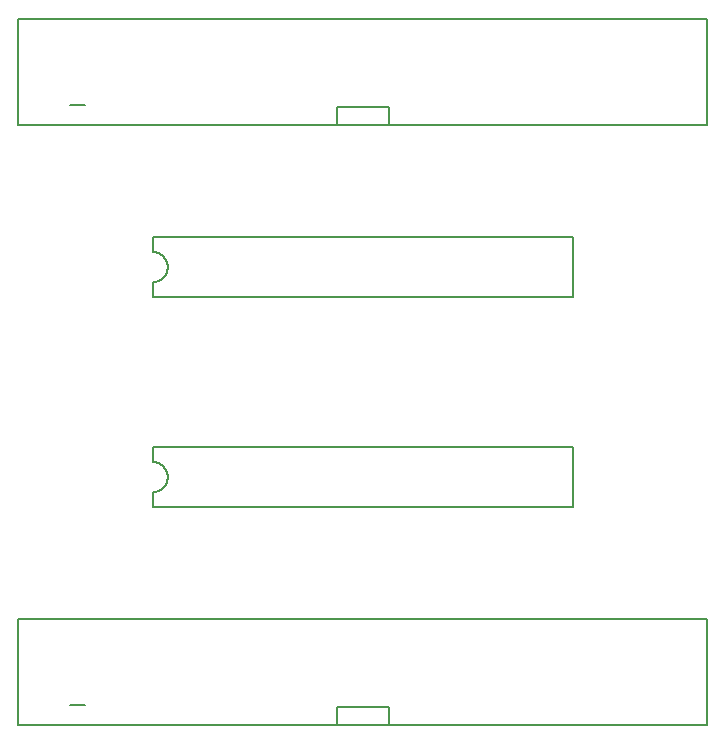
<source format=gto>
G75*
%MOIN*%
%OFA0B0*%
%FSLAX25Y25*%
%IPPOS*%
%LPD*%
%AMOC8*
5,1,8,0,0,1.08239X$1,22.5*
%
%ADD10C,0.00600*%
%ADD11C,0.00800*%
D10*
X0563333Y0106000D02*
X0563333Y0111000D01*
X0563473Y0111002D01*
X0563613Y0111008D01*
X0563753Y0111018D01*
X0563893Y0111031D01*
X0564032Y0111049D01*
X0564171Y0111071D01*
X0564308Y0111096D01*
X0564446Y0111125D01*
X0564582Y0111158D01*
X0564717Y0111195D01*
X0564851Y0111236D01*
X0564984Y0111281D01*
X0565116Y0111329D01*
X0565246Y0111381D01*
X0565375Y0111436D01*
X0565502Y0111495D01*
X0565628Y0111558D01*
X0565752Y0111624D01*
X0565873Y0111693D01*
X0565993Y0111766D01*
X0566111Y0111843D01*
X0566226Y0111922D01*
X0566340Y0112005D01*
X0566450Y0112091D01*
X0566559Y0112180D01*
X0566665Y0112272D01*
X0566768Y0112367D01*
X0566869Y0112464D01*
X0566966Y0112565D01*
X0567061Y0112668D01*
X0567153Y0112774D01*
X0567242Y0112883D01*
X0567328Y0112993D01*
X0567411Y0113107D01*
X0567490Y0113222D01*
X0567567Y0113340D01*
X0567640Y0113460D01*
X0567709Y0113581D01*
X0567775Y0113705D01*
X0567838Y0113831D01*
X0567897Y0113958D01*
X0567952Y0114087D01*
X0568004Y0114217D01*
X0568052Y0114349D01*
X0568097Y0114482D01*
X0568138Y0114616D01*
X0568175Y0114751D01*
X0568208Y0114887D01*
X0568237Y0115025D01*
X0568262Y0115162D01*
X0568284Y0115301D01*
X0568302Y0115440D01*
X0568315Y0115580D01*
X0568325Y0115720D01*
X0568331Y0115860D01*
X0568333Y0116000D01*
X0568331Y0116140D01*
X0568325Y0116280D01*
X0568315Y0116420D01*
X0568302Y0116560D01*
X0568284Y0116699D01*
X0568262Y0116838D01*
X0568237Y0116975D01*
X0568208Y0117113D01*
X0568175Y0117249D01*
X0568138Y0117384D01*
X0568097Y0117518D01*
X0568052Y0117651D01*
X0568004Y0117783D01*
X0567952Y0117913D01*
X0567897Y0118042D01*
X0567838Y0118169D01*
X0567775Y0118295D01*
X0567709Y0118419D01*
X0567640Y0118540D01*
X0567567Y0118660D01*
X0567490Y0118778D01*
X0567411Y0118893D01*
X0567328Y0119007D01*
X0567242Y0119117D01*
X0567153Y0119226D01*
X0567061Y0119332D01*
X0566966Y0119435D01*
X0566869Y0119536D01*
X0566768Y0119633D01*
X0566665Y0119728D01*
X0566559Y0119820D01*
X0566450Y0119909D01*
X0566340Y0119995D01*
X0566226Y0120078D01*
X0566111Y0120157D01*
X0565993Y0120234D01*
X0565873Y0120307D01*
X0565752Y0120376D01*
X0565628Y0120442D01*
X0565502Y0120505D01*
X0565375Y0120564D01*
X0565246Y0120619D01*
X0565116Y0120671D01*
X0564984Y0120719D01*
X0564851Y0120764D01*
X0564717Y0120805D01*
X0564582Y0120842D01*
X0564446Y0120875D01*
X0564308Y0120904D01*
X0564171Y0120929D01*
X0564032Y0120951D01*
X0563893Y0120969D01*
X0563753Y0120982D01*
X0563613Y0120992D01*
X0563473Y0120998D01*
X0563333Y0121000D01*
X0563333Y0126000D01*
X0703333Y0126000D01*
X0703333Y0106000D01*
X0563833Y0106000D01*
X0563833Y0176000D02*
X0703333Y0176000D01*
X0703333Y0196000D01*
X0563333Y0196000D01*
X0563333Y0191000D01*
X0563473Y0190998D01*
X0563613Y0190992D01*
X0563753Y0190982D01*
X0563893Y0190969D01*
X0564032Y0190951D01*
X0564171Y0190929D01*
X0564308Y0190904D01*
X0564446Y0190875D01*
X0564582Y0190842D01*
X0564717Y0190805D01*
X0564851Y0190764D01*
X0564984Y0190719D01*
X0565116Y0190671D01*
X0565246Y0190619D01*
X0565375Y0190564D01*
X0565502Y0190505D01*
X0565628Y0190442D01*
X0565752Y0190376D01*
X0565873Y0190307D01*
X0565993Y0190234D01*
X0566111Y0190157D01*
X0566226Y0190078D01*
X0566340Y0189995D01*
X0566450Y0189909D01*
X0566559Y0189820D01*
X0566665Y0189728D01*
X0566768Y0189633D01*
X0566869Y0189536D01*
X0566966Y0189435D01*
X0567061Y0189332D01*
X0567153Y0189226D01*
X0567242Y0189117D01*
X0567328Y0189007D01*
X0567411Y0188893D01*
X0567490Y0188778D01*
X0567567Y0188660D01*
X0567640Y0188540D01*
X0567709Y0188419D01*
X0567775Y0188295D01*
X0567838Y0188169D01*
X0567897Y0188042D01*
X0567952Y0187913D01*
X0568004Y0187783D01*
X0568052Y0187651D01*
X0568097Y0187518D01*
X0568138Y0187384D01*
X0568175Y0187249D01*
X0568208Y0187113D01*
X0568237Y0186975D01*
X0568262Y0186838D01*
X0568284Y0186699D01*
X0568302Y0186560D01*
X0568315Y0186420D01*
X0568325Y0186280D01*
X0568331Y0186140D01*
X0568333Y0186000D01*
X0568331Y0185860D01*
X0568325Y0185720D01*
X0568315Y0185580D01*
X0568302Y0185440D01*
X0568284Y0185301D01*
X0568262Y0185162D01*
X0568237Y0185025D01*
X0568208Y0184887D01*
X0568175Y0184751D01*
X0568138Y0184616D01*
X0568097Y0184482D01*
X0568052Y0184349D01*
X0568004Y0184217D01*
X0567952Y0184087D01*
X0567897Y0183958D01*
X0567838Y0183831D01*
X0567775Y0183705D01*
X0567709Y0183581D01*
X0567640Y0183460D01*
X0567567Y0183340D01*
X0567490Y0183222D01*
X0567411Y0183107D01*
X0567328Y0182993D01*
X0567242Y0182883D01*
X0567153Y0182774D01*
X0567061Y0182668D01*
X0566966Y0182565D01*
X0566869Y0182464D01*
X0566768Y0182367D01*
X0566665Y0182272D01*
X0566559Y0182180D01*
X0566450Y0182091D01*
X0566340Y0182005D01*
X0566226Y0181922D01*
X0566111Y0181843D01*
X0565993Y0181766D01*
X0565873Y0181693D01*
X0565752Y0181624D01*
X0565628Y0181558D01*
X0565502Y0181495D01*
X0565375Y0181436D01*
X0565246Y0181381D01*
X0565116Y0181329D01*
X0564984Y0181281D01*
X0564851Y0181236D01*
X0564717Y0181195D01*
X0564582Y0181158D01*
X0564446Y0181125D01*
X0564308Y0181096D01*
X0564171Y0181071D01*
X0564032Y0181049D01*
X0563893Y0181031D01*
X0563753Y0181018D01*
X0563613Y0181008D01*
X0563473Y0181002D01*
X0563333Y0181000D01*
X0563333Y0176000D01*
D11*
X0518570Y0068323D02*
X0518570Y0033283D01*
X0748097Y0033283D01*
X0748097Y0068717D01*
X0518570Y0068717D01*
X0535833Y0040075D02*
X0540833Y0040075D01*
X0624672Y0039189D02*
X0624672Y0033283D01*
X0624672Y0039189D02*
X0641995Y0039189D01*
X0641995Y0033283D01*
X0641995Y0233283D02*
X0641995Y0239189D01*
X0624672Y0239189D01*
X0624672Y0233283D01*
X0540833Y0240075D02*
X0535833Y0240075D01*
X0518570Y0233283D02*
X0518570Y0268323D01*
X0518570Y0268717D02*
X0748097Y0268717D01*
X0748097Y0233283D01*
X0518570Y0233283D01*
M02*

</source>
